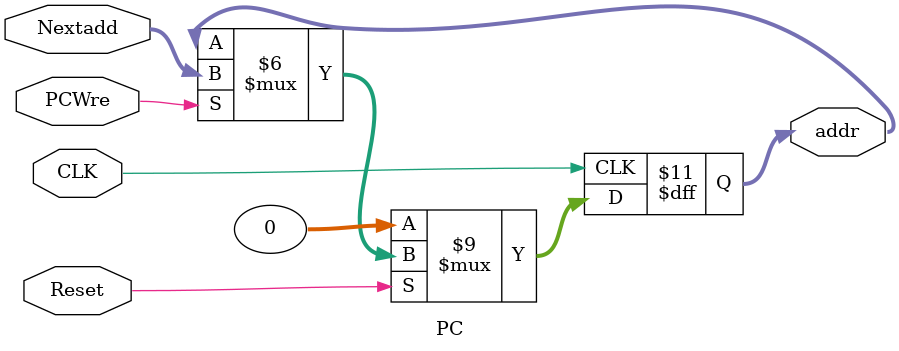
<source format=v>
`timescale 1ns / 1ps


module PC
(
 
  input CLK,
  input  Reset,
  input  PCWre,
  input [31:0]  Nextadd,
  output reg [31:0] addr
);
 initial begin
 addr<=0;
 end
 
  always@(posedge CLK)
  begin
  if(Reset==0) begin
  addr<=0;
  end 
  else if(PCWre==0)
  addr<=addr;
  else
  addr<=Nextadd;
  end    
endmodule

</source>
